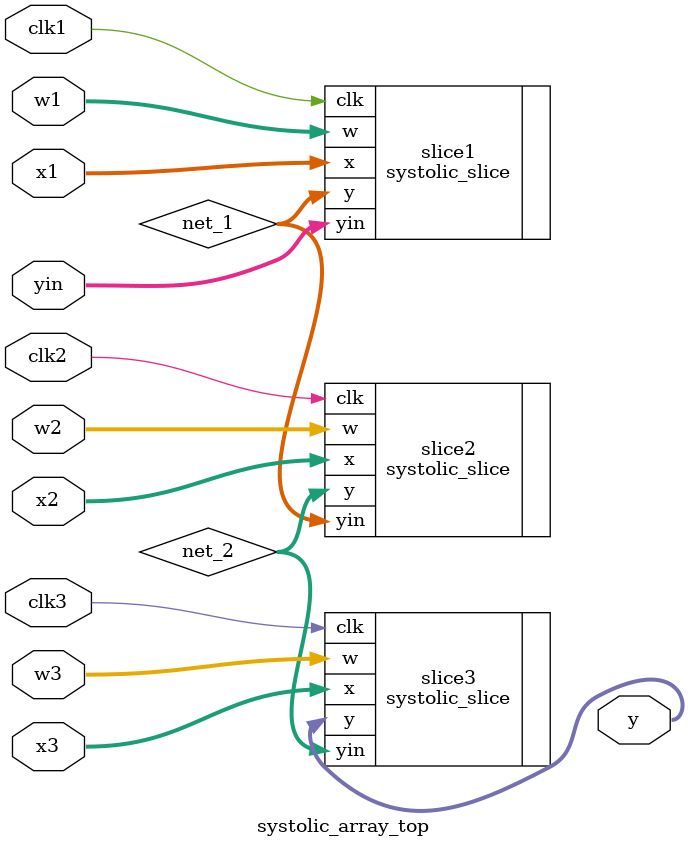
<source format=v>
module systolic_array_top #( parameter WIDTH = 8 )
(
  input signed [WIDTH-1:0] w1, w2, w3,
  input signed [WIDTH-1:0] x1, x2, x3,
  input clk1, clk2, clk3,
  output wire signed [2*WIDTH-1:0] y,
  input signed [2*WIDTH-1:0] yin
  );

  wire signed [2*WIDTH-1:0] net_1, net_2;

  systolic_slice slice1 (.x (x1), .w (w1), .clk (clk1), .y (net_1), .yin (yin));

  systolic_slice slice2 (.x (x2), .w (w2), .clk (clk2), .y (net_2), .yin (net_1)); //This should take previous y output from slice1 and pass it as input to slice 2

  systolic_slice slice3 (.x (x3), .w (w3), .clk (clk3), .y (y), .yin (net_2)); //This should take previous y output from slice2 and pass it as input to slice 3

endmodule

</source>
